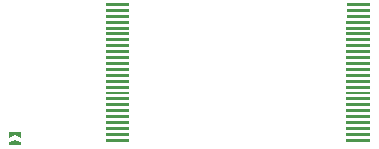
<source format=gtp>
G04 Layer: TopPasteMaskLayer*
G04 EasyEDA v6.5.3, 2022-05-10 11:38:20*
G04 ab62d8b6a5be4e798c685c15e3818e9c,b03e5731a7a74599b12e1065cb71c7ef,10*
G04 Gerber Generator version 0.2*
G04 Scale: 100 percent, Rotated: No, Reflected: No *
G04 Dimensions in inches *
G04 leading zeros omitted , absolute positions ,3 integer and 6 decimal *
%FSLAX36Y36*%
%MOIN*%

%ADD10C,0.0001*%

%LPD*%
G36*
X870000Y3980000D02*
G01*
X850315Y3980000D01*
X850315Y3991810D01*
X870000Y3999684D01*
X889684Y3991810D01*
X889684Y3980000D01*
G37*
G36*
X870000Y4025000D02*
G01*
X889684Y4025000D01*
X889684Y4005315D01*
X870000Y4013189D01*
X850315Y4005315D01*
X850315Y4025000D01*
G37*
G36*
X1172007Y4454921D02*
G01*
X1250748Y4454921D01*
X1250748Y4445077D01*
X1172007Y4445077D01*
G37*
G36*
X1172007Y4435230D02*
G01*
X1250748Y4435230D01*
X1250748Y4425388D01*
X1172007Y4425388D01*
G37*
G36*
X1172007Y4415551D02*
G01*
X1250748Y4415551D01*
X1250748Y4405708D01*
X1172007Y4405708D01*
G37*
G36*
X1172007Y4395861D02*
G01*
X1250748Y4395861D01*
X1250748Y4386017D01*
X1172007Y4386017D01*
G37*
G36*
X1172007Y4376181D02*
G01*
X1250748Y4376181D01*
X1250748Y4366338D01*
X1172007Y4366338D01*
G37*
G36*
X1172007Y4356501D02*
G01*
X1250748Y4356501D01*
X1250748Y4346658D01*
X1172007Y4346658D01*
G37*
G36*
X1172007Y4336810D02*
G01*
X1250748Y4336810D01*
X1250748Y4326967D01*
X1172007Y4326967D01*
G37*
G36*
X1172007Y4317121D02*
G01*
X1250748Y4317121D01*
X1250748Y4307278D01*
X1172007Y4307278D01*
G37*
G36*
X1172007Y4297440D02*
G01*
X1250748Y4297440D01*
X1250748Y4287597D01*
X1172007Y4287597D01*
G37*
G36*
X1172007Y4277751D02*
G01*
X1250748Y4277751D01*
X1250748Y4267908D01*
X1172007Y4267908D01*
G37*
G36*
X1172007Y4258071D02*
G01*
X1250748Y4258071D01*
X1250748Y4248227D01*
X1172007Y4248227D01*
G37*
G36*
X1172007Y4238380D02*
G01*
X1250748Y4238380D01*
X1250748Y4228537D01*
X1172007Y4228537D01*
G37*
G36*
X1172007Y4218701D02*
G01*
X1250748Y4218701D01*
X1250748Y4208858D01*
X1172007Y4208858D01*
G37*
G36*
X1172007Y4199011D02*
G01*
X1250748Y4199011D01*
X1250748Y4189167D01*
X1172007Y4189167D01*
G37*
G36*
X1172007Y4179331D02*
G01*
X1250748Y4179331D01*
X1250748Y4169488D01*
X1172007Y4169488D01*
G37*
G36*
X1172007Y4159641D02*
G01*
X1250748Y4159641D01*
X1250748Y4149797D01*
X1172007Y4149797D01*
G37*
G36*
X1172007Y4139960D02*
G01*
X1250748Y4139960D01*
X1250748Y4130118D01*
X1172007Y4130118D01*
G37*
G36*
X1172007Y4120270D02*
G01*
X1250748Y4120270D01*
X1250748Y4110428D01*
X1172007Y4110428D01*
G37*
G36*
X1172007Y4100590D02*
G01*
X1250748Y4100590D01*
X1250748Y4090747D01*
X1172007Y4090747D01*
G37*
G36*
X1172007Y4080900D02*
G01*
X1250748Y4080900D01*
X1250748Y4071057D01*
X1172007Y4071057D01*
G37*
G36*
X1975155Y4297440D02*
G01*
X2053896Y4297440D01*
X2053896Y4287597D01*
X1975155Y4287597D01*
G37*
G36*
X1975155Y4277755D02*
G01*
X2053896Y4277755D01*
X2053896Y4267912D01*
X1975155Y4267912D01*
G37*
G36*
X1975155Y4258071D02*
G01*
X2053896Y4258071D01*
X2053896Y4248227D01*
X1975155Y4248227D01*
G37*
G36*
X1975155Y4238386D02*
G01*
X2053896Y4238386D01*
X2053896Y4228543D01*
X1975155Y4228543D01*
G37*
G36*
X1975158Y4218701D02*
G01*
X2053897Y4218701D01*
X2053897Y4208858D01*
X1975158Y4208858D01*
G37*
G36*
X1975155Y4199015D02*
G01*
X2053896Y4199015D01*
X2053896Y4189171D01*
X1975155Y4189171D01*
G37*
G36*
X1975155Y4179330D02*
G01*
X2053896Y4179330D01*
X2053896Y4169486D01*
X1975155Y4169486D01*
G37*
G36*
X1975155Y4159645D02*
G01*
X2053896Y4159645D01*
X2053896Y4149801D01*
X1975155Y4149801D01*
G37*
G36*
X1975155Y4139960D02*
G01*
X2053896Y4139960D01*
X2053896Y4130117D01*
X1975155Y4130117D01*
G37*
G36*
X1975155Y4120275D02*
G01*
X2053896Y4120275D01*
X2053896Y4110432D01*
X1975155Y4110432D01*
G37*
G36*
X1975155Y4100590D02*
G01*
X2053896Y4100590D01*
X2053896Y4090747D01*
X1975155Y4090747D01*
G37*
G36*
X1975155Y4080904D02*
G01*
X2053896Y4080904D01*
X2053896Y4071062D01*
X1975155Y4071062D01*
G37*
G36*
X1975155Y4061221D02*
G01*
X2053896Y4061221D01*
X2053896Y4051377D01*
X1975155Y4051377D01*
G37*
G36*
X1975155Y4041534D02*
G01*
X2053896Y4041534D01*
X2053896Y4031691D01*
X1975155Y4031691D01*
G37*
G36*
X1975155Y4021849D02*
G01*
X2053896Y4021849D01*
X2053896Y4012006D01*
X1975155Y4012006D01*
G37*
G36*
X1975155Y4002166D02*
G01*
X2053896Y4002166D01*
X2053896Y3992321D01*
X1975155Y3992321D01*
G37*
G36*
X1172004Y4002165D02*
G01*
X1250745Y4002165D01*
X1250745Y3992321D01*
X1172004Y3992321D01*
G37*
G36*
X1172004Y4021849D02*
G01*
X1250745Y4021849D01*
X1250745Y4012006D01*
X1172004Y4012006D01*
G37*
G36*
X1172004Y4041534D02*
G01*
X1250745Y4041534D01*
X1250745Y4031691D01*
X1172004Y4031691D01*
G37*
G36*
X1172004Y4061220D02*
G01*
X1250745Y4061220D01*
X1250745Y4051377D01*
X1172004Y4051377D01*
G37*
G36*
X1975155Y4317126D02*
G01*
X2053896Y4317126D01*
X2053896Y4307283D01*
X1975155Y4307283D01*
G37*
G36*
X1975155Y4336810D02*
G01*
X2053896Y4336810D01*
X2053896Y4326967D01*
X1975155Y4326967D01*
G37*
G36*
X1975155Y4356496D02*
G01*
X2053896Y4356496D01*
X2053896Y4346653D01*
X1975155Y4346653D01*
G37*
G36*
X1975155Y4376181D02*
G01*
X2053896Y4376181D01*
X2053896Y4366338D01*
X1975155Y4366338D01*
G37*
G36*
X1975155Y4395866D02*
G01*
X2053896Y4395866D01*
X2053896Y4386023D01*
X1975155Y4386023D01*
G37*
G36*
X1975627Y4415551D02*
G01*
X2054368Y4415551D01*
X2054368Y4405708D01*
X1975627Y4405708D01*
G37*
G36*
X1975627Y4435236D02*
G01*
X2054368Y4435236D01*
X2054368Y4425392D01*
X1975627Y4425392D01*
G37*
G36*
X1975627Y4454921D02*
G01*
X2054368Y4454921D01*
X2054368Y4445077D01*
X1975627Y4445077D01*
G37*
M02*

</source>
